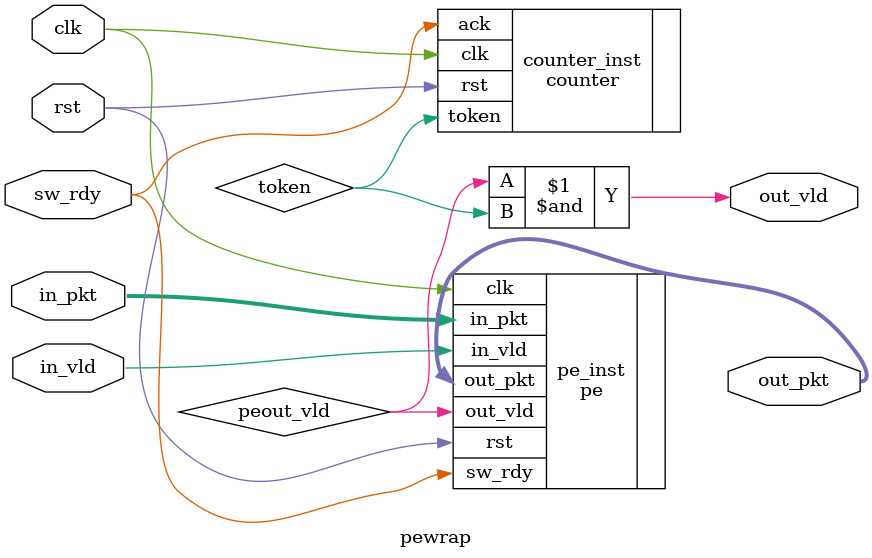
<source format=v>
`timescale 1ps / 1ps

module pewrap
#(
	parameter integer P_W 	    = 16,		//packet width
    parameter integer X_AW      = 2,		//X addr width of torus
	parameter integer Y_AW      = 2,		//Y addr width of torus
	parameter integer X_POS     = 0,		//X position of PE
	parameter integer Y_POS     = 0,		//Y position of PE
	parameter integer MAX_RATE  = 1,		//1/injection rate (>= 1)
	parameter integer MAX_TOKEN = 1			//max burst of consecutive packets (>=1)
)
(
	input  wire 		  clk,
	input  wire 		  rst,
	input  wire [P_W-1:0] in_pkt,		    //input packet (from South port of switch)
	input  wire 		  in_vld,			//input packet valid
	input  wire 		  sw_rdy,			//switch is ready to receive packet
	output wire [P_W-1:0] out_pkt,		    //output packet
	output wire 		  out_vld			//output packet valid
);

	wire   peout_vld, token;
	assign out_vld = peout_vld & token;	    //PE packet is valid and we have token

	counter
	#(
		.MAX_RATE ( MAX_RATE  ),
		.MAX_TOKEN( MAX_TOKEN )
	)
	counter_inst
	(
		.clk  	  ( clk   	  ),
		.rst  	  ( rst   	  ),
		.ack	  ( sw_rdy    ),
		.token	  ( token 	  )
	);

	pe
	#(
		.P_W  	   ( P_W	  	 ),
        .X_AW	   ( X_AW	     ),
        .Y_AW	   ( Y_AW	     ),
		.X_POS	   ( X_POS 	     ),
		.Y_POS	   ( Y_POS 	     )
	)
	pe_inst
	(
		.clk       ( clk         ),
		.rst       ( rst         ),
		.in_pkt    ( in_pkt      ),
		.in_vld    ( in_vld      ),
		.sw_rdy    ( sw_rdy      ),
		.out_pkt   ( out_pkt     ),
		.out_vld   ( peout_vld   )
	);

endmodule

</source>
